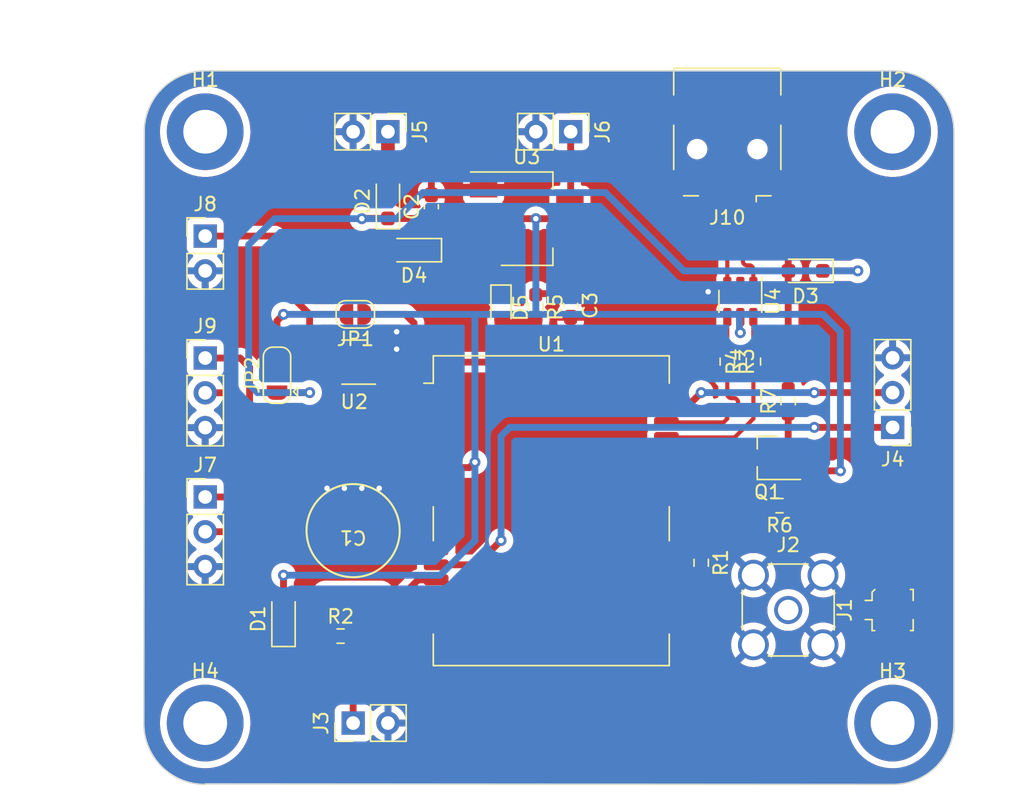
<source format=kicad_pcb>
(kicad_pcb (version 20221018) (generator pcbnew)

  (general
    (thickness 1.6)
  )

  (paper "A4")
  (layers
    (0 "F.Cu" signal)
    (31 "B.Cu" signal)
    (32 "B.Adhes" user "B.Adhesive")
    (33 "F.Adhes" user "F.Adhesive")
    (34 "B.Paste" user)
    (35 "F.Paste" user)
    (36 "B.SilkS" user "B.Silkscreen")
    (37 "F.SilkS" user "F.Silkscreen")
    (38 "B.Mask" user)
    (39 "F.Mask" user)
    (40 "Dwgs.User" user "User.Drawings")
    (41 "Cmts.User" user "User.Comments")
    (42 "Eco1.User" user "User.Eco1")
    (43 "Eco2.User" user "User.Eco2")
    (44 "Edge.Cuts" user)
    (45 "Margin" user)
    (46 "B.CrtYd" user "B.Courtyard")
    (47 "F.CrtYd" user "F.Courtyard")
    (48 "B.Fab" user)
    (49 "F.Fab" user)
    (50 "User.1" user)
    (51 "User.2" user)
    (52 "User.3" user)
    (53 "User.4" user)
    (54 "User.5" user)
    (55 "User.6" user)
    (56 "User.7" user)
    (57 "User.8" user)
    (58 "User.9" user)
  )

  (setup
    (stackup
      (layer "F.SilkS" (type "Top Silk Screen"))
      (layer "F.Paste" (type "Top Solder Paste"))
      (layer "F.Mask" (type "Top Solder Mask") (thickness 0.01))
      (layer "F.Cu" (type "copper") (thickness 0.035))
      (layer "dielectric 1" (type "core") (thickness 1.51) (material "FR4") (epsilon_r 4.5) (loss_tangent 0.02))
      (layer "B.Cu" (type "copper") (thickness 0.035))
      (layer "B.Mask" (type "Bottom Solder Mask") (thickness 0.01))
      (layer "B.Paste" (type "Bottom Solder Paste"))
      (layer "B.SilkS" (type "Bottom Silk Screen"))
      (copper_finish "None")
      (dielectric_constraints no)
    )
    (pad_to_mask_clearance 0)
    (pcbplotparams
      (layerselection 0x00010fc_ffffffff)
      (plot_on_all_layers_selection 0x0000000_00000000)
      (disableapertmacros false)
      (usegerberextensions false)
      (usegerberattributes true)
      (usegerberadvancedattributes true)
      (creategerberjobfile true)
      (dashed_line_dash_ratio 12.000000)
      (dashed_line_gap_ratio 3.000000)
      (svgprecision 4)
      (plotframeref false)
      (viasonmask false)
      (mode 1)
      (useauxorigin false)
      (hpglpennumber 1)
      (hpglpenspeed 20)
      (hpglpendiameter 15.000000)
      (dxfpolygonmode true)
      (dxfimperialunits true)
      (dxfusepcbnewfont true)
      (psnegative false)
      (psa4output false)
      (plotreference true)
      (plotvalue true)
      (plotinvisibletext false)
      (sketchpadsonfab false)
      (subtractmaskfromsilk false)
      (outputformat 1)
      (mirror false)
      (drillshape 0)
      (scaleselection 1)
      (outputdirectory "gerbers/")
    )
  )

  (net 0 "")
  (net 1 "GND")
  (net 2 "+3.3V")
  (net 3 "+5V")
  (net 4 "Net-(D5-A)")
  (net 5 "Net-(J8-Pin_1)")
  (net 6 "Net-(J3-Pin_1)")
  (net 7 "Net-(D1-K)")
  (net 8 "Net-(J9-Pin_1)")
  (net 9 "Net-(J4-Pin_1)")
  (net 10 "Net-(J4-Pin_2)")
  (net 11 "Net-(J9-Pin_2)")
  (net 12 "Net-(J10-D-)")
  (net 13 "Net-(J10-D+)")
  (net 14 "Net-(J7-Pin_1)")
  (net 15 "Net-(J7-Pin_2)")
  (net 16 "VBUS")
  (net 17 "unconnected-(J10-ID-Pad4)")
  (net 18 "Net-(JP1-A)")
  (net 19 "Net-(JP2-C)")
  (net 20 "Net-(Q1-B)")
  (net 21 "VDDUSB")
  (net 22 "Net-(U1-V_ANT)")
  (net 23 "Net-(U1-VCC_RF)")
  (net 24 "USB_DP")
  (net 25 "USB_DM")
  (net 26 "Net-(R3-Pad1)")
  (net 27 "unconnected-(U1-NC-Pad5)")
  (net 28 "unconnected-(U1-VCC_OUT-Pad8)")
  (net 29 "unconnected-(U1-NC-Pad9)")
  (net 30 "unconnected-(U1-Reserved-Pad12)")
  (net 31 "Net-(J1-In)")
  (net 32 "unconnected-(U1-AADET_N-Pad20)")
  (net 33 "unconnected-(U1-Reserved-Pad21)")
  (net 34 "unconnected-(U1-Reserved-Pad22)")
  (net 35 "unconnected-(U1-Reserved-Pad23)")
  (net 36 "unconnected-(U2-NC-Pad1)")
  (net 37 "5V_IN")
  (net 38 "Net-(R4-Pad2)")
  (net 39 "unconnected-(H1-Pad1)")
  (net 40 "unconnected-(H2-Pad1)")
  (net 41 "unconnected-(H3-Pad1)")
  (net 42 "unconnected-(H4-Pad1)")

  (footprint "Connector_PinHeader_2.54mm:PinHeader_1x03_P2.54mm_Vertical" (layer "F.Cu") (at 86.995 115.57))

  (footprint "Connector_PinHeader_2.54mm:PinHeader_1x03_P2.54mm_Vertical" (layer "F.Cu") (at 86.995 105.425))

  (footprint "Package_TO_SOT_SMD:SOT-23_Handsoldering" (layer "F.Cu") (at 128.04 112.715 180))

  (footprint "Jumper:SolderJumper-2_P1.3mm_Open_RoundedPad1.0x1.5mm" (layer "F.Cu") (at 97.95 102.235 180))

  (footprint "Package_TO_SOT_SMD:SOT-23-5_HandSoldering" (layer "F.Cu") (at 97.87 105.725 180))

  (footprint "RF_GPS:ublox_LEA" (layer "F.Cu") (at 112.25 116.425))

  (footprint "Connector_PinHeader_2.54mm:PinHeader_1x03_P2.54mm_Vertical" (layer "F.Cu") (at 137.16 110.49 180))

  (footprint "Resistor_SMD:R_0603_1608Metric_Pad0.98x0.95mm_HandSolder" (layer "F.Cu") (at 128.905 116.205 180))

  (footprint "Resistor_SMD:R_0603_1608Metric_Pad0.98x0.95mm_HandSolder" (layer "F.Cu") (at 127 105.6875 90))

  (footprint "Connector_PinHeader_2.54mm:PinHeader_1x02_P2.54mm_Vertical" (layer "F.Cu") (at 113.665 88.9 -90))

  (footprint "Diode_SMD:D_SOD-323_HandSoldering" (layer "F.Cu") (at 92.71 124.48 90))

  (footprint "Resistor_SMD:R_0603_1608Metric_Pad0.98x0.95mm_HandSolder" (layer "F.Cu") (at 123.19 120.3725 -90))

  (footprint "Diode_SMD:D_SOD-323_HandSoldering" (layer "F.Cu") (at 130.81 99.06 180))

  (footprint "Connector_PinHeader_2.54mm:PinHeader_1x02_P2.54mm_Vertical" (layer "F.Cu") (at 86.995 96.52))

  (footprint "MountingHole:MountingHole_3.2mm_M3_DIN965_Pad_TopBottom" (layer "F.Cu") (at 137.16 88.9))

  (footprint "DMS3R3224RF:DMS3R3224RF" (layer "F.Cu") (at 97.79 118.03 180))

  (footprint "Resistor_SMD:R_0603_1608Metric_Pad0.98x0.95mm_HandSolder" (layer "F.Cu") (at 129.54 108.585 90))

  (footprint "Connector_Coaxial:U.FL_Molex_MCRF_73412-0110_Vertical" (layer "F.Cu") (at 137.16 123.825 -90))

  (footprint "MountingHole:MountingHole_3.2mm_M3_DIN965_Pad_TopBottom" (layer "F.Cu") (at 86.995 132.08))

  (footprint "Connector_PinHeader_2.54mm:PinHeader_1x02_P2.54mm_Vertical" (layer "F.Cu") (at 97.79 132.08 90))

  (footprint "Connector_Coaxial:SMA_Amphenol_901-144_Vertical" (layer "F.Cu") (at 129.54 123.825))

  (footprint "MountingHole:MountingHole_3.2mm_M3_DIN965_Pad_TopBottom" (layer "F.Cu") (at 86.995 88.9))

  (footprint "Package_TO_SOT_SMD:SOT-23-6" (layer "F.Cu") (at 126.045 101.29 -90))

  (footprint "Resistor_SMD:R_0603_1608Metric_Pad0.98x0.95mm_HandSolder" (layer "F.Cu") (at 111.12 101.7175 -90))

  (footprint "Package_TO_SOT_SMD:SOT-223-3_TabPin2" (layer "F.Cu") (at 110.46 95.25))

  (footprint "Connector_USB:USB_Mini-B_Lumberg_2486_01_Horizontal" (layer "F.Cu") (at 125.095 90.17 180))

  (footprint "MountingHole:MountingHole_3.2mm_M3_DIN965_Pad_TopBottom" (layer "F.Cu") (at 137.16 132.08))

  (footprint "Capacitor_SMD:C_0603_1608Metric_Pad1.08x0.95mm_HandSolder" (layer "F.Cu") (at 113.66 101.5875 -90))

  (footprint "Diode_SMD:D_SOD-323_HandSoldering" (layer "F.Cu") (at 100.33 93.98 90))

  (footprint "LED_SMD:LED_0603_1608Metric_Pad1.05x0.95mm_HandSolder" (layer "F.Cu") (at 108.58 101.755 -90))

  (footprint "Jumper:SolderJumper-3_P1.3mm_Open_RoundedPad1.0x1.5mm" (layer "F.Cu") (at 92.235 106.68 90))

  (footprint "Diode_SMD:D_SOD-323_HandSoldering" (layer "F.Cu") (at 102.23 97.55 180))

  (footprint "Resistor_SMD:R_0603_1608Metric_Pad0.98x0.95mm_HandSolder" (layer "F.Cu") (at 96.8775 125.73))

  (footprint "Resistor_SMD:R_0603_1608Metric_Pad0.98x0.95mm_HandSolder" (layer "F.Cu") (at 125.095 105.6875 -90))

  (footprint "Connector_PinHeader_2.54mm:PinHeader_1x02_P2.54mm_Vertical" (layer "F.Cu") (at 100.33 88.9 -90))

  (footprint "Capacitor_SMD:C_0603_1608Metric_Pad1.08x0.95mm_HandSolder" (layer "F.Cu") (at 103.5 94.375 90))

  (gr_line (start 142.875 128.27) (end 142.875 119.38)
    (stroke (width 0.15) (type default)) (layer "Cmts.User") (tstamp 1ac68613-07a5-4d1d-b9b9-e025b9d28bd4))
  (gr_line (start 125.095 128.27) (end 142.875 128.27)
    (stroke (width 0.15) (type default)) (layer "Cmts.User") (tstamp 7e77e0b4-9186-47c4-af0a-18fef02dcdd3))
  (gr_line (start 125.095 119.38) (end 125.095 128.27)
    (stroke (width 0.15) (type default)) (layer "Cmts.User") (tstamp dac8c98a-b2e3-4718-b4db-2cabbc61bb3c))
  (gr_line (start 142.875 119.38) (end 125.095 119.38)
    (stroke (width 0.15) (type default)) (layer "Cmts.User") (tstamp f44a1ae2-1dcc-4f3e-818b-d03e1af18127))
  (gr_line (start 86.995 84.455) (end 137.19191 84.455)
    (stroke (width 0.1) (type default)) (layer "Edge.Cuts") (tstamp 12da7b27-07db-4d21-b89a-41d2938e9d3d))
  (gr_line (start 137.19191 136.55691) (end 86.995 136.525)
    (stroke (width 0.1) (type default)) (layer "Edge.Cuts") (tstamp 1f22f0e2-6f17-4c2c-ac3c-75175e0b42dc))
  (gr_line (start 141.63691 88.9) (end 141.63691 132.715)
    (stroke (width 0.1) (type default)) (layer "Edge.Cuts") (tstamp 3b5c4ef0-5c92-4645-a538-f7e90e847c6e))
  (gr_line (start 82.51809 132.11191) (end 82.55 88.9)
    (stroke (width 0.1) (type default)) (layer "Edge.Cuts") (tstamp 4507df6a-eda1-4dc6-9f54-6b36d4864bf8))
  (gr_arc (start 86.96309 136.55691) (mid 83.82 135.255) (end 82.51809 132.11191)
    (stroke (width 0.1) (type default)) (layer "Edge.Cuts") (tstamp 7758c704-17a2-442f-9ced-c699e6523099))
  (gr_arc (start 141.63691 132.11191) (mid 140.335 135.255) (end 137.19191 136.55691)
    (stroke (width 0.1) (type default)) (layer "Edge.Cuts") (tstamp 876abbc6-0eb9-4f03-b296-b8545ec081be))
  (gr_arc (start 137.19191 84.455) (mid 140.335 85.75691) (end 141.63691 88.9)
    (stroke (width 0.1) (type default)) (layer "Edge.Cuts") (tstamp 92f928c8-0e37-4a44-9d6b-54d98b376198))
  (gr_arc (start 82.55 88.9) (mid 83.85191 85.75691) (end 86.995 84.455)
    (stroke (width 0.1) (type default)) (layer "Edge.Cuts") (tstamp 94e03d55-6637-4ca4-a817-a5e8d593a681))
  (dimension (type aligned) (layer "Cmts.User") (tstamp 53bc0151-e620-4eb4-a40e-dc18a0018535)
    (pts (xy 81.915 88.9) (xy 81.915 138.43))
    (height 3.81)
    (gr_text "49.5300 mm" (at 76.955 113.665 90) (layer "Cmts.User") (tstamp 53bc0151-e620-4eb4-a40e-dc18a0018535)
      (effects (font (size 1 1) (thickness 0.15)))
    )
    (format (prefix "") (suffix "") (units 3) (units_format 1) (precision 4))
    (style (thickness 0.15) (arrow_length 1.27) (text_position_mode 0) (extension_height 0.58642) (extension_offset 0.5) keep_text_aligned)
  )
  (dimension (type aligned) (layer "Cmts.User") (tstamp ee7fd227-644e-4ce0-a77f-bf5f902d6535)
    (pts (xy 86.995 82.55) (xy 146.685 82.55))
    (height -1.27)
    (gr_text "59.6900 mm" (at 116.84 80.13) (layer "Cmts.User") (tstamp ee7fd227-644e-4ce0-a77f-bf5f902d6535)
      (effects (font (size 1 1) (thickness 0.15)))
    )
    (format (prefix "") (suffix "") (units 3) (units_format 1) (precision 4))
    (style (thickness 0.15) (arrow_length 1.27) (text_position_mode 0) (extension_height 0.58642) (extension_offset 0.5) keep_text_aligned)
  )

  (segment (start 126.045 100.1525) (end 126.045 100.645) (width 0.3) (layer "F.Cu") (net 1) (tstamp 161896a2-6e50-4b43-ad2d-718b6b11f0ee))
  (segment (start 124.279 101.165) (end 125.911 101.165) (width 0.3) (layer "F.Cu") (net 1) (tstamp 6af72b07-929c-4df9-98dc-ba9c10f17cbe))
  (segment (start 126.045 101.031) (end 126.045 100.1525) (width 0.3) (layer "F.Cu") (net 1) (tstamp c29d973f-6f29-4c4e-b548-a4fc4dc21194))
  (segment (start 125.911 101.165) (end 126.045 101.031) (width 0.3) (layer "F.Cu") (net 1) (tstamp e588a162-bfb8-417a-882d-2ece7773e8e9))
  (segment (start 123.698 100.584) (end 124.279 101.165) (width 0.3) (layer "F.Cu") (net 1) (tstamp f516209b-775e-4cb9-9213-8be4f62c37af))
  (via (at 95.885 114.935) (size 0.8) (drill 0.4) (layers "F.Cu" "B.Cu") (free) (net 1) (tstamp 19047233-c40a-49ea-8a9a-0860c3501688))
  (via (at 97.155 114.935) (size 0.8) (drill 0.4) (layers "F.Cu" "B.Cu") (free) (net 1) (tstamp 3dd7d7fb-ad33-4d79-9526-4bbb523c3a13))
  (via (at 123.698 100.584) (size 0.8) (drill 0.4) (layers "F.Cu" "B.Cu") (net 1) (tstamp 594ebb2d-0ac5-4b36-9fd2-e565fb94b0da))
  (via (at 98.425 114.935) (size 0.8) (drill 0.4) (layers "F.Cu" "B.Cu") (free) (net 1) (tstamp 725406c9-64a1-4dae-bd4c-f9e3ce5a7702))
  (via (at 100.965 103.505) (size 0.8) (drill 0.4) (layers "F.Cu" "B.Cu") (free) (net 1) (tstamp 7ade98eb-7516-4f25-ba5c-f3e6cbcbc667))
  (via (at 99.695 114.935) (size 0.8) (drill 0.4) (layers "F.Cu" "B.Cu") (free) (net 1) (tstamp c3544166-8992-476c-8936-fa44c061f462))
  (via (at 100.965 104.775) (size 0.8) (drill 0.4) (layers "F.Cu" "B.Cu") (free) (net 1) (tstamp ef641729-38ce-447f-9e87-0489c74056bf))
  (segment (start 113.61 95.25) (end 111.125 95.25) (width 0.5) (layer "F.Cu") (net 2) (tstamp 18557c45-dbdd-49aa-ae7d-aeb61b9e1d52))
  (segment (start 113.665 88.9) (end 113.665 95.195) (width 0.5) (layer "F.Cu") (net 2) (tstamp 260d9081-7b56-4fce-a844-1ca7e01edbbf))
  (segment (start 113.665 95.195) (end 113.61 95.25) (width 0.5) (layer "F.Cu") (net 2) (tstamp 292469a9-4cee-41ff-87c3-48375cc2525e))
  (segment (start 113.66 100.725) (end 111.2 100.725) (width 0.5) (layer "F.Cu") (net 2) (tstamp 298a869a-1a65-47ee-862b-f573579ff007))
  (segment (start 126.045 102.4275) (end 126.045 103.571) (width 0.3) (layer "F.Cu") (net 2) (tstamp 2d13c989-33c1-423c-9a37-c69756b6b563))
  (segment (start 111.2 100.725) (end 111.12 100.805) (width 0.5) (layer "F.Cu") (net 2) (tstamp 73e7af4f-d27a-4687-a58f-63dc23d32bb0))
  (segment (start 129.54 113.665) (end 133.35 113.665) (width 0.5) (layer "F.Cu") (net 2) (tstamp 7daa7137-1958-449d-8803-86729efd4352))
  (segment (start 106.285 113.425) (end 103.85 113.425) (width 0.5) (layer "F.Cu") (net 2) (tstamp 8aa4c486-ae1f-4a94-977e-aecf25353577))
  (segment (start 92.235 105.38) (end 92.235 102.71) (width 0.5) (layer "F.Cu") (net 2) (tstamp a618c9aa-970b-4105-9450-a82b9aafaf9e))
  (segment (start 92.71 121.285) (end 92.71 123.23) (width 0.5) (layer "F.Cu") (net 2) (tstamp a979040e-7fbd-4af4-ad1c-2aed87f9f36d))
  (segment (start 106.68 113.03) (end 106.285 113.425) (width 0.5) (layer "F.Cu") (net 2) (tstamp acc32295-136e-4f8a-8eb6-6193fcb2832b))
  (segment (start 113.61 95.25) (end 113.61 100.675) (width 0.5) (layer "F.Cu") (net 2) (tstamp bc23a80c-432a-4323-9e1c-6034e56d7cd4))
  (segment (start 126.045 102.4275) (end 126.045 101.915) (width 0.3) (layer "F.Cu") (net 2) (tstamp c4cbb541-41b3-4f94-b79b-2182d3658e53))
  (segment (start 113.61 100.675) (end 113.66 100.725) (width 0.5) (layer "F.Cu") (net 2) (tstamp ce9f2da6-fe65-4ee3-9514-105a093ba1ef))
  (segment (start 111.125 95.25) (end 107.31 95.25) (width 0.5) (layer "F.Cu") (net 2) (tstamp d28bc430-6b3e-4b5f-824b-1d4606458ebd))
  (segment (start 92.235 102.71) (end 92.71 102.235) (width 0.5) (layer "F.Cu") (net 2) (tstamp ee8e165c-a8d0-4b3b-8951-b57c3547a40c))
  (via (at 126.045 103.571) (size 0.8) (drill 0.4) (layers "F.Cu" "B.Cu") (net 2) (tstamp 120a1732-c907-4378-8a00-84c28ef723a3))
  (via (at 92.71 121.285) (size 0.8) (drill 0.4) (layers "F.Cu" "B.Cu") (net 2) (tstamp 50ca8962-fe8b-4f21-b206-0f77d934e0a6))
  (via (at 92.71 102.235) (size 0.8) (drill 0.4) (layers "F.Cu" "B.Cu") (net 2) (tstamp 60752398-d45a-4e9c-b1d8-bb6cfe0cc863))
  (via (at 106.68 113.03) (size 0.8) (drill 0.4) (layers "F.Cu" "B.Cu") (net 2) (tstamp 9617b494-0e13-40cd-854e-fdf3e7697f34))
  (via (at 111.125 95.25) (size 0.8) (drill 0.4) (layers "F.Cu" "B.Cu") (net 2) (tstamp e42d2be4-76fe-4e1d-93c3-d4f1e20c756a))
  (via (at 133.35 113.665) (size 0.8) (drill 0.4) (layers "F.Cu" "B.Cu") (net 2) (tstamp e8a67772-0d6b-43f3-a7d6-721102f7701b))
  (segment (start 126.045 103.571) (end 125.984 103.51) (width 0.3) (layer "B.Cu") (net 2) (tstamp 105725fb-1100-47f8-9df4-5422c91940df))
  (segment (start 111.125 95.25) (end 111.125 102.235) (width 0.5) (layer "B.Cu") (net 2) (tstamp 15825bed-17b6-4ca2-8547-71d0b97c2ad7))
  (segment (start 106.68 118.745) (end 104.14 121.285) (width 0.5) (layer "B.Cu") (net 2) (tstamp 3c218e1f-fdd8-4368-93ef-ccee680acd0e))
  (segment (start 133.35 103.505) (end 133.35 113.665) (width 0.5) (layer "B.Cu") (net 2) (tstamp 4fd63076-e5c8-4ed0-8815-8b7457fbdaef))
  (segment (start 111.125 102.235) (end 125.984 102.235) (width 0.5) (layer "B.Cu") (net 2) (tstamp 87614453-2673-4d38-9038-a646bf35b045))
  (segment (start 132.08 102.235) (end 133.35 103.505) (width 0.5) (layer "B.Cu") (net 2) (tstamp 8e407e50-5525-4fb1-b888-50b989cc03cf))
  (segment (start 111.125 102.235) (end 106.68 102.235) (width 0.5) (layer "B.Cu") (net 2) (tstamp 9f83128c-d33e-4e02-b3e4-90ef1c159356))
  (segment (start 106.68 102.235) (end 92.71 102.235) (width 0.5) (layer "B.Cu") (net 2) (tstamp c1ca911a-0310-4d78-8ee1-6e932f05f5d9))
  (segment (start 125.984 103.51) (end 125.984 102.235) (width 0.5) (layer "B.Cu") (net 2) (tstamp c5ae01f2-15f7-4323-87b2-8bce5bd6b7ff))
  (segment (start 106.68 113.03) (end 106.68 118.745) (width 0.5) (layer "B.Cu") (net 2) (tstamp c9df42d0-436b-41a8-a95e-170441f21ee4))
  (segment (start 125.984 102.235) (end 132.08 102.235) (width 0.5) (layer "B.Cu") (net 2) (tstamp cbeea38f-bcc2-4155-b169-ff0df34ffcc2))
  (segment (start 106.68 102.235) (end 106.68 113.03) (width 0.5) (layer "B.Cu") (net 2) (tstamp d4b29da9-4379-4ca9-a0eb-7568455b3c91))
  (segment (start 104.14 121.285) (end 92.71 121.285) (width 0.5) (layer "B.Cu") (net 2) (tstamp d843c19c-e8e2-48b4-8b23-010b080549ff))
  (segment (start 103.505 97.575) (end 103.48 97.55) (width 0.5) (layer "F.Cu") (net 3) (tstamp 21bc1a0d-c81f-4291-ad65-61b6dc32319d))
  (segment (start 100.335 95.23) (end 100.33 95.23) (width 0.5) (layer "F.Cu") (net 3) (tstamp 3aba693d-8e59-48e8-84e3-bde865297734))
  (segment (start 92.265 107.95) (end 92.235 107.98) (width 0.5) (layer "F.Cu") (net 3) (tstamp 592104ef-70e8-4802-a24b-bb5fe4fa2ae0))
  (segment (start 100.33 95.23) (end 98.445 95.23) (width 0.5) (layer "F.Cu") (net 3) (tstamp 5c85bfbd-7555-4fa9-b93c-d5a9fffb09be))
  (segment (start 103.5 95.2375) (end 103.5 97.53) (width 0.5) (layer "F.Cu") (net 3) (tstamp 629b7d38-9101-4424-a175-56c7346456e1))
  (segment (start 103.48 97.55) (end 107.31 97.55) (width 0.5) (layer "F.Cu") (net 3) (tstamp 7fc42b52-6be5-4c70-9efa-038762793020))
  (segment (start 94.615 107.95) (end 92.265 107.95) (width 0.5) (layer "F.Cu") (net 3) (tstamp 9a73ae8d-f5fe-47ed-ba9f-efa40557ae78))
  (segment (start 98.445 95.23) (end 98.425 95.25) (width 0.5) (layer "F.Cu") (net 3) (tstamp bcc0a07d-ce3a-4238-b008-03950fb8e9b8))
  (segment (start 103.5 95.2375) (end 100.3425 95.2375) (width 0.5) (layer "F.Cu") (net 3) (tstamp c1ab6754-54ca-44ec-9acf-eee47494c351))
  (segment (start 134.62 99.06) (end 132.06 99.06) (width 0.5) (layer "F.Cu") (net 3) (tstamp c6477ade-5091-4644-82dc-77bf0b1d7829))
  (segment (start 100.3425 95.2375) (end 100.335 95.23) (width 0.5) (layer "F.Cu") (net 3) (tstamp cbd58ebe-ce79-4e7d-b602-0287b2aaf0de))
  (segment (start 103.5 97.53) (end 103.48 97.55) (width 0.5) (layer "F.Cu") (net 3) (tstamp e8a5aa96-f3a9-4773-9569-578f187a8fcf))
  (via (at 94.615 107.95) (size 0.8) (drill 0.4) (layers "F.Cu" "B.Cu") (net 3) (tstamp 0f3958ff-afa9-45a0-8585-a0d7b6ae2a78))
  (via (at 134.62 99.06) (size 0.8) (drill 0.4) (layers "F.Cu" "B.Cu") (net 3) (tstamp 9f6cf2dd-599c-4fd5-b878-522855672b6c))
  (via (at 98.425 95.25) (size 0.8) (drill 0.4) (layers "F.Cu" "B.Cu") (net 3) (tstamp a80736f9-5439-46b3-8ccb-d390fbbb189d))
  (segment (start 92.075 95.25) (end 90.17 97.155) (width 0.5) (layer "B.Cu") (net 3) (tstamp 1d324180-1608-49b5-9219-278ac6e9852c))
  (segment (start 90.17 97.155) (end 90.17 107.315) (width 0.5) (layer "B.Cu") (net 3) (tstamp 58111014-a63b-401b-8793-851a8e48aa3a))
  (segment (start 100.965 95.25) (end 102.87 93.345) (width 0.5) (layer "B.Cu") (net 3) (tstamp 68d33420-ff29-4444-b66c-9a1c5757f575))
  (segment (start 90.17 107.315) (end 90.805 107.95) (width 0.5) (layer "B.Cu") (net 3) (tstamp 725a5bd4-0578-49eb-977f-b6bfcec1613e))
  (segment (start 102.87 93.345) (end 116.205 93.345) (width 0.5) (layer "B.Cu") (net 3) (tstamp a74a8619-a008-4fe1-a673-af0540512c00))
  (segment (start 121.92 99.06) (end 134.62 99.06) (width 0.5) (layer "B.Cu") (net 3) (tstamp b7bdbfcd-90cf-4346-8577-ce5c7e6ef544))
  (segment (start 98.425 95.25) (end 92.075 95.25) (width 0.5) (layer "B.Cu") (net 3) (tstamp c3062223-d87c-4086-a6f4-820bb63c23b3))
  (segment (start 90.805 107.95) (end 94.615 107.95) (width 0.5) (layer "B.Cu") (net 3) (tstamp c4465643-db45-4a9e-b260-4437e1940c69))
  (segment (start 98.425 95.25) (end 100.965 95.25) (width 0.5) (layer "B.Cu") (net 3) (tstamp e7d568dc-7348-4090-9729-a4f66a15e2fd))
  (segment (start 116.205 93.345) (end 121.92 99.06) (width 0.5) (layer "B.Cu") (net 3) (tstamp eb42dc4f-6411-4798-9123-c584cdca5af6))
  (segment (start 111.12 102.63) (end 108.58 102.63) (width 1) (layer "F.Cu") (net 4) (tstamp 34bd2c93-7b16-4b18-88cc-a0fc51ddb023))
  (segment (start 92.075 96.52) (end 86.995 96.52) (width 0.5) (layer "F.Cu") (net 5) (tstamp 398e7e40-c802-4df8-a8df-b813ed072455))
  (segment (start 95.25 104.775) (end 96.52 104.775) (width 0.5) (layer "F.Cu") (net 5) (tstamp 41e64231-bbf8-4425-9b69-2fbde48f75c6))
  (segment (start 92.71 100.33) (end 92.71 97.155) (width 0.5) (layer "F.Cu") (net 5) (tstamp 4902894f-f3c4-4095-9288-735075e2b89f))
  (segment (start 94.615 104.14) (end 95.25 104.775) (width 0.5) (layer "F.Cu") (net 5) (tstamp 6f04f69b-614c-4608-a11f-f1db2a45ee58))
  (segment (start 94.615 102.235) (end 94.615 104.14) (width 0.5) (layer "F.Cu") (net 5) (tstamp 7987b7d4-dc8c-455e-a72b-42323e07390f))
  (segment (start 97.3 102.235) (end 94.615 102.235) (width 0.5) (layer "F.Cu") (net 5) (tstamp de0b8835-d9ae-4e29-ba42-111a110c602c))
  (segment (start 94.615 102.235) (end 92.71 100.33) (width 0.5) (layer "F.Cu") (net 5) (tstamp f40a48e3-f3ec-4583-afb5-52c20d1fabad))
  (segment (start 92.71 97.155) (end 92.075 96.52) (width 0.5) (layer "F.Cu") (net 5) (tstamp ff95a705-2eba-474a-96d8-1aad3787186f))
  (segment (start 102.53 121.625) (end 100.975 123.18) (width 0.5) (layer "F.Cu") (net 6) (tstamp 25cd482c-ffce-45a7-a219-c81a1680ed74))
  (segment (start 103.85 121.625) (end 102.53 121.625) (width 0.5) (layer "F.Cu") (net 6) (tstamp 902d5ab7-2ed4-45ba-ae91-2275e0d16695))
  (segment (start 97.79 125.73) (end 97.79 123.18) (width 0.5) (layer "F.Cu") (net 6) (tstamp a34aed55-568c-4394-b801-dfb64a22d410))
  (segment (start 97.79 132.08) (end 97.79 125.73) (width 0.5) (layer "F.Cu") (net 6) (tstamp aaa8eaa1-53ac-44ef-bcb1-040705cfa796))
  (segment (start 100.975 123.18) (end 97.79 123.18) (width 0.5) (layer "F.Cu") (net 6) (tstamp cab28273-c4a5-4bf7-82c1-1b2fdd8a94ea))
  (segment (start 95.965 125.73) (end 92.71 125.73) (width 0.5) (layer "F.Cu") (net 7) (tstamp 9b9312d2-a7ee-4c10-844e-1c0a78ebfd30))
  (segment (start 90.805 109.79) (end 90.235 109.22) (width 0.5) (layer "F.Cu") (net 8) (tstamp 08d383d9-beb5-4c17-a83e-36799097c14c))
  (segment (start 103.85 107.925) (end 101.27005 107.925) (width 0.5) (layer "F.Cu") (net 8) (tstamp 2fba59eb-1723-487b-a852-5480079935a8))
  (segment (start 101.27005 107.925) (end 99.40505 109.79) (width 0.5) (layer "F.Cu") (net 8) (tstamp 4d2c24b4-092b-4d17-bfaa-ceb836506a4a))
  (segment (start 90.235 109.22) (end 90.235 106.11) (width 0.5) (layer "F.Cu") (net 8) (tstamp 4e0da2cc-6f9c-4fba-835e-14db0acf9be7))
  (segment (start 89.55 105.425) (end 86.995 105.425) (width 0.5) (layer "F.Cu") (net 8) (tstamp 6fcee061-48f3-4da9-8167-d0a5d0cc4c48))
  (segment (start 90.235 106.11) (end 89.55 105.425) (width 0.5) (layer "F.Cu") (net 8) (tstamp 9d44be3c-5ea7-4880-9794-970f7b875975))
  (segment (start 99.40505 109.79) (end 90.805 109.79) (width 0.5) (layer "F.Cu") (net 8) (tstamp a6b5a9a0-310f-4acd-b7b2-68bceaa6f303))
  (segment (start 131.445 110.49) (end 137.16 110.49) (width 0.5) (layer "F.Cu") (net 9) (tstamp 23f84968-f9e3-4267-a152-f6023fef1237))
  (segment (start 106.805 120.525) (end 103.85 120.525) (width 0.5) (layer "F.Cu") (net 9) (tstamp 8ce5deee-6840-4188-b521-bb72c7930b50))
  (segment (start 108.585 118.745) (end 106.805 120.525) (width 0.5) (layer "F.Cu") (net 9) (tstamp f88a533b-81e2-4d06-9e4f-00362b2256db))
  (via (at 108.585 118.745) (size 0.8) (drill 0.4) (layers "F.Cu" "B.Cu") (net 9) (tstamp 38b1a2fd-8ead-4683-80e4-fd12fd296a4f))
  (via (at 131.445 110.49) (size 0.8) (drill 0.4) (layers "F.Cu" "B.Cu") (net 9) (tstamp e30cd24b-9ad9-495f-be50-8fd5dc7fc9b0))
  (segment (start 108.585 118.745) (end 108.585 111.125) (width 0.5) (layer "B.Cu") (net 9) (tstamp 1552f60c-6051-49c6-921d-09918d887825))
  (segment (start 108.585 111.125) (end 109.22 110.49) (width 0.5) (layer "B.Cu") (net 9) (tstamp 509f61af-4d95-4ce4-aae5-94d49e07dd3a))
  (segment (start 109.22 110.49) (end 131.445 110.49) (width 0.5) (layer "B.Cu") (net 9) (tstamp ae1ff54a-bbfb-45fc-bb06-7e755a976b95))
  (segment (start 131.445 107.95) (end 137.16 107.95) (width 0.5) (layer "F.Cu") (net 10) (tstamp 7c1df4c2-7953-49e3-8414-bb9cd6091c80))
  (segment (start 120.65 109.025) (end 122.115 109.025) (width 0.5) (layer "F.Cu") (net 10) (tstamp 8a56e043-53fc-4e11-a701-3265f5002c5d))
  (segment (start 122.115 109.025) (end 123.19 107.95) (width 0.5) (layer "F.Cu") (net 10) (tstamp e8954147-4806-4ccd-915f-bafe09e07a5b))
  (via (at 131.445 107.95) (size 0.8) (drill 0.4) (layers "F.Cu" "B.Cu") (net 10) (tstamp bae91286-ce7f-4ee7-98af-a0c510651e04))
  (via (at 123.19 107.95) (size 0.8) (drill 0.4) (layers "F.Cu" "B.Cu") (net 10) (tstamp eda8591f-4b76-48ce-ab09-fa5bb934a8d9))
  (segment (start 123.19 107.95) (end 131.445 107.95) (width 0.5) (layer "B.Cu") (net 10) (tstamp bdd8a0c6-828f-4caa-886b-5329cf26aa91))
  (segment (start 88.915 107.965) (end 89.535 108.585) (width 0.5) (layer "F.Cu") (net 11) (tstamp 700af05f-1ac2-4423-803a-4d152ea0c0e9))
  (segment (start 99.695 110.49) (end 101.16 109.025) (width 0.5) (layer "F.Cu") (net 11) (tstamp 92106e4f-55ba-4bde-abba-11a4bb561d14))
  (segment (start 101.16 109.025) (end 103.85 109.025) (width 0.5) (layer "F.Cu") (net 11) (tstamp a09da8d5-81fb-4906-8f55-b4a621d5b1d4))
  (segment (start 89.535 109.855) (end 90.17 110.49) (width 0.5) (layer "F.Cu") (net 11) (tstamp a68b34f3-b752-4d39-9ff1-fe335076c3cc))
  (segment (start 89.535 108.585) (end 89.535 109.855) (width 0.5) (layer "F.Cu") (net 11) (tstamp bebb983e-cc1d-4565-b8ea-8ac95858d081))
  (segment (start 90.17 110.49) (end 99.695 110.49) (width 0.5) (layer "F.Cu") (net 11) (tstamp cd93ff0c-ef15-45d1-9154-f8d88da589f4))
  (segment (start 86.995 107.965) (end 88.915 107.965) (width 0.5) (layer "F.Cu") (net 11) (tstamp ee3a5e07-fdaa-4ab5-9554-7971c6a315e6))
  (segment (start 126.536374 98.655) (end 126.695 98.655) (width 0.3) (layer "F.Cu") (net 12) (tstamp 198c2f07-61be-4872-a5c8-59f547fe4644))
  (segment (start 126.995 98.955) (end 126.995 99.009129) (width 0.3) (layer "F.Cu") (net 12) (tstamp 3ce3d689-c4af-4cef-bdbf-b179dd7b7497))
  (segment (start 125.895 94.78) (end 126.995 95.88) (width 0.3) (layer "F.Cu") (net 12) (tstamp 50943475-1d0c-44fd-8787-f30d199686aa))
  (segment (start 125.895 92.87) (end 125.895 94.78) (width 0.3) (layer "F.Cu") (net 12) (tstamp 53a8743e-13ae-4617-98e1-5203fdf23a04))
  (segment (start 126.995 95.88) (end 126.995 97.155) (width 0.3) (layer "F.Cu") (net 12) (tstamp 7464daea-aaa0-4333-a91c-94d4fe646549))
  (segment (start 126.995 99.009129) (end 126.995 100.1525) (width 0.3) (layer "F.Cu") (net 12) (tstamp 9387c210-2875-4083-8208-301d96f52616))
  (segment (start 127.453605 98.055) (end 127.295 98.055) (width 0.3) (layer "F.Cu") (net 12) (tstamp c9b5bc7d-d80d-4be6-950c-13254829654f))
  (segment (start 127.295 98.055) (end 126.536374 98.055) (width 0.3) (layer "F.Cu") (net 12) (tstamp d14fabc2-8f92-4fa5-8d28-4a49581b551d))
  (segment (start 127.295 97.455) (end 127.453605 97.455) (width 0.3) (layer "F.Cu") (net 12) (tstamp e8408d50-0751-4de7-bf1b-d41a3ce5ee04))
  (arc (start 127.453605 97.455) (mid 127.665737 97.542868) (end 127.753605 97.755) (width 0.3) (layer "F.Cu") (net 12) (tstamp 34784758-a549-46ac-a063-d804a464fe2a))
  (arc (start 126.236374 98.355) (mid 126.324242 98.567132) (end 126.536374 98.655) (width 0.3) (layer "F.Cu") (net 12) (tstamp 43b48786-b23c-430b-a7b5-2e693a457e1a))
  (arc (start 126.995 97.155) (mid 127.082868 97.367132) (end 127.295 97.455) (width 0.3) (layer "F.Cu") (net 12) (tstamp 45e5595f-1cbe-4bb5-a7fd-a61747581499))
  (arc (start 126.536374 98.055) (mid 126.324242 98.142868) (end 126.236374 98.355) (width 0.3) (layer "F.Cu") (net 12) (tstamp 61f249d3-ec68-4d51-a19b-99e160bbb601))
  (arc (start 127.753605 97.755) (mid 127.665737 97.967132) (end 127.453605 98.055) (width 0.3) (layer "F.Cu") (net 12) (tstamp 7291ac04-1d50-443f-8119-53ce82b85993))
  (arc (start 126.695 98.655) (mid 126.907132 98.742868) (end 126.995 98.955) (width 0.3) (layer "F.Cu") (net 12) (tstamp a21411d4-1064-4fca-abfa-2168f25ff7a5))
  (segment (start 125.667509 96.29) (end 125.395 96.29) (width 0.3) (layer "F.Cu") (net 13) (tstamp 0b2484b4-4038-4244-809e-448a83c089de))
  (segment (start 124.795 96.89) (end 125.667509 96.89) (width 0.3) (layer "F.Cu") (net 13) (tstamp 0e33a48a-78f7-4e12-b917-ef96acb0fd8d))
  (segment (start 125.095 95.839392) (end 125.095 92.87) (width 0.3) (layer "F.Cu") (net 13) (tstamp 136ccf37-bf94-4370-b5ec-e611196fb0aa))
  (segment (start 125.095 95.99) (end 125.095 95.839392) (width 0.3) (layer "F.Cu") (net 13) (tstamp 1ab7704b-c27a-48fe-8573-60d0b4ce12ff))
  (segment (start 124.52247 96.89) (end 124.795 96.89) (width 0.3) (layer "F.Cu") (net 13) (tstamp 4d1ef812-e55b-4b64-b33b-9b2836eb3279))
  (segment (start 125.095 100.1525) (end 125.095 97.79) (width 0.3) (layer "F.Cu") (net 13) (tstamp 740d20ee-b8aa-40b2-8470-fac17e21d91d))
  (segment (start 124.795 97.49) (end 124.52247 97.49) (width 0.3) (layer "F.Cu") (net 13) (tstamp e12aa5b3-7946-4aeb-a49c-536e23e9aead))
  (arc (start 125.667509 96.89) (mid 125.879641 96.802132) (end 125.967509 96.59) (width 0.3) (layer "F.Cu") (net 13) (tstamp 44e848c5-8d06-429d-a78e-b806ffbe9c6a))
  (arc (start 125.395 96.29) (mid 125.182868 96.202132) (end 125.095 95.99) (width 0.3) (layer "F.Cu") (net 13) (tstamp 48ae17b7-a6b3-4d4f-b0b8-94d841f88d6b))
  (arc (start 125.095 97.79) (mid 125.007132 97.577868) (end 124.795 97.49) (width 0.3) (layer "F.Cu") (net 13) (tstamp be4d92b8-1fca-4d06-9413-d8e996107200))
  (arc (start 124.52247 97.49) (mid 124.310338 97.402132) (end 124.22247 97.19) (width 0.3) (layer "F.Cu") (net 13) (tstamp c3da25ad-d873-400e-b175-7fc90c2ce8a6))
  (arc (start 124.22247 97.19) (mid 124.310338 96.977868) (end 124.52247 96.89) (width 0.3) (layer "F.Cu") (net 13) (tstamp e206ba78-eac8-452b-9fcd-7313c07f9a99))
  (arc (start 125.967509 96.59) (mid 125.879641 96.377868) (end 125.667509 96.29) (width 0.3) (layer "F.Cu") (net 13) (tstamp ea2f0191-2e41-4fde-a57f-a7fd93c0a7f8))
  (segment (start 90.805 115.57) (end 86.995 115.57) (width 0.5) (layer "F.Cu") (net 14) (tstamp 159e7103-1bcb-4ef9-80e9-9002e52726d4))
  (segment (start 95.185 111.19) (end 90.805 115.57) (width 0.5) (layer "F.Cu") (net 14) (tstamp 3b6e1b29-7cd2-4819-8354-9a599960670d))
  (segment (start 101.04995 110.125) (end 99.984949 111.19) (width 0.5) (layer "F.Cu") (net 14) (tstamp 68023544-256e-4cfa-b3d3-bb39b6279066))
  (segment (start 99.984949 111.19) (end 95.185 111.19) (width 0.5) (layer "F.Cu") (net 14) (tstamp cbc944c7-3317-444a-adae-0131459bb92d))
  (segment (start 103.85 110.125) (end 101.04995 110.125) (width 0.5) (layer "F.Cu") (net 14) (tstamp e016a933-794a-4005-b48e-9865cba47cd1))
  (segment (start 101.6 111.76) (end 101.6 115.57) (width 0.5) (layer "F.Cu") (net 15) (tstamp 581b41e2-0b51-490b-b54d-de25180364c2))
  (segment (start 101.6 115.57) (end 99.06 118.11) (width 0.5) (layer "F.Cu") (net 15) (tstamp 654c0b55-fc22-41d4-9955-ed228331c696))
  (segment (start 102.135 111.225) (end 101.6 111.76) (width 0.5) (layer "F.Cu") (net 15) (tstamp c354771e-dc42-47f6-bd29-cd0d66ccebff))
  (segment (start 99.06 118.11) (end 86.995 118.11) (width 0.5) (layer "F.Cu") (net 15) (tstamp e0e0dbed-b9c6-4bee-aaa5-e942e40593d8))
  (segment (start 103.85 111.225) (end 102.135 111.225) (width 0.5) (layer "F.Cu") (net 15) (tstamp ee239e15-dd8e-4b90-bdc5-7418b9d6e650))
  (segment (start 126.695 92.87) (end 126.695 94.31) (width 0.5) (layer "F.Cu") (net 16) (tstamp 02144437-8719-40a7-9dae-85a73dd63b57))
  (segment (start 129.54 107.6725) (end 129.54 97.155) (width 0.5) (layer "F.Cu") (net 16) (tstamp 7c02c7c4-39f2-4ec6-b1fc-3a680d06aa63))
  (segment (start 126.695 94.31) (end 129.54 97.155) (width 0.5) (layer "F.Cu") (net 16) (tstamp fe01f8a9-8a4b-4004-bcb0-9273c4890d9b))
  (segment (start 101.6 105.725) (end 100.965 105.725) (width 0.5) (layer "F.Cu") (net 18) (tstamp 2019203d-1fb7-4921-854b-2e47d283545a))
  (segment (start 102.235 102.87) (end 102.235 105.725) (width 0.5) (layer "F.Cu") (net 18) (tstamp 2d3cd84f-830b-437c-bb44-bfe862674e85))
  (segment (start 112.37 107.925) (end 110.17 105.725) (width 0.5) (layer "F.Cu") (net 18) (tstamp 622b1490-7573-4314-bb2b-475534798ab3))
  (segment (start 98.6 102.235) (end 101.6 102.235) (width 0.5) (layer "F.Cu") (net 18) (tstamp 719d5c2e-f7e0-42b3-a180-c8eb5e7fff9e))
  (segment (start 99.22 105.725) (end 100.965 105.725) (width 0.5) (layer "F.Cu") (net 18) (tstamp 7a598211-d316-4f79-9a6f-dbb20aa98f68))
  (segment (start 120.65 107.925) (end 112.37 107.925) (width 0.5) (layer "F.Cu") (net 18) (tstamp 9f9cdc9f-ccb6-4d18-ae13-33048352e091))
  (segment (start 110.17 105.725) (end 101.6 105.725) (width 0.5) (layer "F.Cu") (net 18) (tstamp a7edfd8f-60e9-46e0-a57b-71816173ba47))
  (segment (start 101.6 102.235) (end 102.235 102.87) (width 0.5) (layer "F.Cu") (net 18) (tstamp c10ddc52-0ec3-4b50-b1c7-98f75b2bffc6))
  (segment (start 92.24 106.675) (end 92.235 106.68) (width 0.5) (layer "F.Cu") (net 19) (tstamp 5b69b032-5ca4-456f-a3dd-356898f40e5d))
  (segment (start 96.52 106.675) (end 92.24 106.675) (width 0.5) (layer "F.Cu") (net 19) (tstamp fdc2e134-5ed2-4049-8055-9812e1dced0b))
  (segment (start 129.54 111.765) (end 129.54 109.4975) (width 0.5) (layer "F.Cu") (net 20) (tstamp 6ad2743d-4d89-454c-9782-7a8b33590421))
  (segment (start 127 116.205) (end 127.9925 116.205) (width 0.5) (layer "F.Cu") (net 21) (tstamp 54f4ca76-555b-4603-8744-e1380a5b8bf0))
  (segment (start 126.54 115.745) (end 127 116.205) (width 0.5) (layer "F.Cu") (net 21) (tstamp 6647cba0-ee6c-42a0-9838-fd7780fef0e1))
  (segment (start 120.65 112.325) (end 122.485 112.325) (width 0.5) (layer "F.Cu") (net 21) (tstamp 68db45aa-7d54-4479-a18c-872bc6ba31b7))
  (segment (start 126.54 112.715) (end 126.54 115.745) (width 0.5) (layer "F.Cu") (net 21) (tstamp 930d9610-2bac-46b9-9e18-7f08bdfdaa8c))
  (segment (start 122.485 112.325) (end 122.875 112.715) (width 0.5) (layer "F.Cu") (net 21) (tstamp 941adab7-83e6-4b71-870e-b71ff19035ff))
  (segment (start 122.875 112.715) (end 126.54 112.715) (width 0.5) (layer "F.Cu") (net 21) (tstamp 9bf4b1b0-cb42-4a82-8771-b40552038247))
  (segment (start 121.57 120.525) (end 120.65 120.525) (width 0.5) (layer "F.Cu") (net 22) (tstamp 195020bb-c069-4e77-92f7-b08caaccb97d))
  (segment (start 122.635 119.46) (end 121.57 120.525) (width 0.5) (layer "F.Cu") (net 22) (tstamp 3d2cd856-25ff-460a-afde-7582a65ea7d9))
  (segment (start 123.19 119.46) (end 122.635 119.46) (width 0.5) (layer "F.Cu") (net 22) (tstamp 6dfbe961-458d-4522-a75a-a55895680364))
  (segment (start 120.65 121.625) (end 122.85 121.625) (width 0.5) (layer "F.Cu") (net 23) (tstamp 905c2760-c7b2-42d0-b953-4f6c3a3b38ba))
  (segment (start 122.85 121.625) (end 123.19 121.285) (width 0.5) (layer "F.Cu") (net 23) (tstamp f3b223c0-29a2-49dc-b1e4-090bbd082dc5))
  (segment (start 124.825 110.125) (end 125.095 109.855) (width 0.3) (layer "F.Cu") (net 24) (tstamp 5151b870-02ce-4352-9a4c-99e32ab7ce4d))
  (segment (start 124.795 109.555) (end 124.6117 109.555) (width 0.3) (layer "F.Cu") (net 24) (tstamp 5c017bdb-619e-405b-94f1-40fd3c0d6ca1))
  (segment (start 125.578321 108.355) (end 125.395 108.355) (width 0.3) (layer "F.Cu") (net 24) (tstamp 7b2f4507-677c-4831-bc80-d47eeb548840))
  (segment (start 125.095 107.626024) (end 125.095 106.6) (width 0.3) (layer "F.Cu") (net 24) (tstamp 7de0cdb9-6ff6-4315-9e4c-a49e5abdfd7d))
  (segment (start 120.65 110.125) (end 124.825 110.125) (width 0.3) (layer "F.Cu") (net 24) (tstamp 7ec898c8-b7ea-4e05-99a1-a8f9f2639911))
  (segment (start 125.095 108.055) (end 125.095 107.626024) (width 0.3) (layer "F.Cu") (net 24) (tstamp 85bcb4cf-feee-4e0d-b820-3e53ab2b6368))
  (segment (start 124.6117 108.955) (end 124.795 108.955) (width 0.3) (layer "F.Cu") (net 24) (tstamp 98923782-27ce-48ea-a153-2278416cc9f6))
  (segment (start 124.795 108.955) (end 125.578321 108.955) (width 0.3) (layer "F.Cu") (net 24) (tstamp bd4f107c-c9be-4b73-801d-05fe0b776b01))
  (arc (start 125.095 109.855) (mid 125.007132 109.642868) (end 124.795 109.555) (width 0.3) (layer "F.Cu") (net 24) (tstamp 423f7441-82a3-4a8b-a43a-7588c0e6a860))
  (arc (start 124.3117 109.255) (mid 124.399568 109.042868) (end 124.6117 108.955) (width 0.3) (layer "F.Cu") (net 24) (tstamp 9408698c-ce0f-496b-871c-e5bfad6ea06e))
  (arc (start 125.878321 108.655) (mid 125.790453 108.442868) (end 125.578321 108.355) (width 0.3) (layer "F.Cu") (net 24) (tstamp a1dd3d48-944d-496c-af77-26b99ef964b1))
  (arc (start 125.578321 108.955) (mid 125.790453 108.867132) (end 125.878321 108.655) (width 0.3) (layer "F.Cu") (net 24) (tstamp adb14320-2d9f-4896-a496-d190b60bfec4))
  (arc (start 125.395 108.355) (mid 125.182868 108.267132) (end 125.095 108.055) (width 0.3) (layer "F.Cu") (net 24) (tstamp d22fcf8d-e451-4d9a-9ceb-dfcd190a854f))
  (arc (start 124.6117 109.555) (mid 124.399568 109.467132) (end 124.3117 109.255) (width 0.3) (layer "F.Cu") (net 24) (tstamp fdca0884-580f-46bc-8418-b49439718a61))
  (segment (start 120.65 111.225) (end 125.63 111.225) (width 0.3) (layer "F.Cu") (net 25) (tstamp 5baaf3ee-d24c-4642-9c51-4e82543e7c5e))
  (segment (start 125.63 111.225) (end 127 109.855) (width 0.3) (layer "F.Cu") (net 25) (tstamp e9536cf8-e8d6-488d-9125-fd4dbae22b3c))
  (segment (start 127 109.855) (end 127 106.6) (width 0.3) (layer "F.Cu") (net 25) (tstamp f4463557-805e-416d-be88-48c27c5c6f84))
  (segment (start 125.095 102.4275) (end 125.095 104.775) (width 0.3) (layer "F.Cu") (net 26) (tstamp 141f83aa-94f9-4def-83e7-8e10625b136e))
  (segment (start 100.33 92.73) (end 100.33 88.9) (width 1) (layer "F.Cu") (net 37) (tstamp 9ecbe1c9-4abc-4968-99c5-49e43112235c))
  (segment (start 126.995 104.77) (end 127 104.775) (width 0.3) (layer "F.Cu") (net 38) (tstamp 1a8dedb0-0988-4992-bf25-cb476268ccca))
  (segment (start 126.995 102.4275) (end 126.995 104.77) (width 0.3) (layer "F.Cu") (net 38) (tstamp 9832e680-a146-4737-9b95-454ba2231e74))

  (zone (net 1) (net_name "GND") (layers "F&B.Cu") (tstamp 9133bcab-216f-444a-a2aa-aa817edc1cfe) (hatch edge 0.5)
    (connect_pads (clearance 0.5))
    (min_thickness 0.25) (filled_areas_thickness no)
    (fill yes (thermal_gap 0.5) (thermal_bridge_width 0.5))
    (polygon
      (pts
        (xy 82.55 84.455)
        (xy 141.605 84.455)
        (xy 141.605 136.525)
        (xy 82.55 136.525)
      )
    )
    (filled_polygon
      (layer "F.Cu")
      (pts
        (xy 100.794175 111.587049)
        (xy 100.832197 111.629773)
        (xy 100.847 111.685017)
        (xy 100.849448 111.76913)
        (xy 100.8495 111.772737)
        (xy 100.8495 115.207771)
        (xy 100.840061 115.255224)
        (xy 100.813181 115.295452)
        (xy 98.785451 117.323181)
        (xy 98.745223 117.350061)
        (xy 98.69777 117.3595)
        (xy 88.182701 117.3595)
        (xy 88.125444 117.345489)
        (xy 88.081126 117.306623)
        (xy 88.033497 117.238601)
        (xy 87.974895 117.179999)
        (xy 87.911567 117.116671)
        (xy 87.880273 117.063927)
        (xy 87.878084 117.002634)
        (xy 87.905537 116.947789)
        (xy 87.955916 116.91281)
        (xy 88.087331 116.863796)
        (xy 88.202546 116.777546)
        (xy 88.288796 116.662331)
        (xy 88.339091 116.527483)
        (xy 88.3455 116.467873)
        (xy 88.3455 116.4445)
        (xy 88.362113 116.3825)
        (xy 88.4075 116.337113)
        (xy 88.4695 116.3205)
        (xy 90.741294 116.3205)
        (xy 90.759264 116.321809)
        (xy 90.76332 116.322402)
        (xy 90.783023 116.325289)
        (xy 90.832368 116.320972)
        (xy 90.843176 116.3205)
        (xy 90.848706 116.3205)
        (xy 90.848709 116.3205)
        (xy 90.87955 116.316894)
        (xy 90.883031 116.316539)
        (xy 90.957797 116.309999)
        (xy 90.957797 116.309998)
        (xy 90.959052 116.309889)
        (xy 90.978062 116.305674)
        (xy 90.97925 116.305241)
        (xy 90.979255 116.305241)
        (xy 91.04982 116.279557)
        (xy 91.053095 116.278419)
        (xy 91.124334 116.254814)
        (xy 91.124336 116.254812)
        (xy 91.125536 116.254415)
        (xy 91.143063 116.245929)
        (xy 91.144112 116.245238)
        (xy 91.144117 116.245237)
        (xy 91.206806 116.204005)
        (xy 91.209798 116.202099)
        (xy 91.273656 116.162712)
        (xy 91.273656 116.162711)
        (xy 91.274729 116.16205)
        (xy 91.289824 116.149753)
        (xy 91.290692 116.148832)
        (xy 91.290696 116.14883)
        (xy 91.342185 116.094253)
        (xy 91.344631 116.091735)
        (xy 93.056367 114.379999)
        (xy 96.793553 114.379999)
        (xy 96.793554 114.38)
        (xy 98.786446 114.38)
        (xy 98.786446 114.379999)
        (xy 97.790001 113.383553)
        (xy 97.789999 113.383553)
        (xy 96.793553 114.379999)
        (xy 93.056367 114.379999)
        (xy 95.086068 112.350298)
        (xy 95.141614 112.318217)
        (xy 95.205762 112.318185)
        (xy 95.261342 112.350214)
        (xy 95.29348 112.405731)
        (xy 95.293541 112.44785)
        (xy 95.29725 112.448142)
        (xy 95.29 112.540265)
        (xy 95.29 113.519735)
        (xy 95.296356 113.600498)
        (xy 95.346681 113.788315)
        (xy 95.434957 113.961566)
        (xy 95.557324 114.112675)
        (xy 95.708433 114.235042)
        (xy 95.881684 114.323318)
        (xy 96.069501 114.373643)
        (xy 96.091101 114.375343)
        (xy 96.091103 114.375342)
        (xy 97.702318 112.764127)
        (xy 97.757905 112.732033)
        (xy 97.822093 112.732033)
        (xy 97.87768 112.764127)
        (xy 99.488895 114.375342)
        (xy 99.488898 114.375343)
        (xy 99.510498 114.373644)
        (xy 99.698315 114.323318)
        (xy 99.871566 114.235042)
        (xy 100.022675 114.112675)
        (xy 100.145042 113.961566)
        (xy 100.233318 113.788315)
        (xy 100.283643 113.600498)
        (xy 100.29 113.519735)
        (xy 100.29 112.540265)
        (xy 100.283643 112.459501)
        (xy 100.233318 112.271684)
        (xy 100.139126 112.086822)
        (xy 100.140891 112.085922)
        (xy 100.12431 112.050962)
        (xy 100.126222 111.992574)
        (xy 100.154656 111.941541)
        (xy 100.203297 111.909192)
        (xy 100.229749 111.899564)
        (xy 100.233045 111.898419)
        (xy 100.304283 111.874814)
        (xy 100.304287 111.874811)
        (xy 100.305486 111.874414)
        (xy 100.323013 111.86593)
        (xy 100.369072 111.835635)
        (xy 100.386764 111.823998)
        (xy 100.389719 111.822115)
        (xy 100.453604 111.782712)
        (xy 100.453605 111.78271)
        (xy 100.454683 111.782046)
        (xy 100.469775 111.769751)
        (xy 100.470642 111.768831)
        (xy 100.470645 111.76883)
        (xy 100.52215 111.714236)
        (xy 100.524594 111.71172)
        (xy 100.635374 111.60094)
        (xy 100.684048 111.570918)
        (xy 100.741023 111.565933)
      )
    )
    (filled_polygon
      (layer "F.Cu")
      (pts
        (xy 96.41796 103.000668)
        (xy 96.462848 103.04246)
        (xy 96.492904 103.089228)
        (xy 96.572309 103.180867)
        (xy 96.587057 103.197887)
        (xy 96.638073 103.248903)
        (xy 96.69583 103.292139)
        (xy 96.816784 103.369871)
        (xy 96.9477 103.429658)
        (xy 97.085655 103.470165)
        (xy 97.228111 103.490647)
        (xy 97.8 103.490647)
        (xy 97.800001 103.490647)
        (xy 97.826414 103.487169)
        (xy 97.930871 103.473417)
        (xy 97.930872 103.473416)
        (xy 97.933814 103.473029)
        (xy 97.966186 103.473029)
        (xy 97.969127 103.473416)
        (xy 97.969129 103.473417)
        (xy 98.073585 103.487169)
        (xy 98.099999 103.490647)
        (xy 98.1 103.490647)
        (xy 98.671888 103.490647)
        (xy 98.671889 103.490647)
        (xy 98.814345 103.470165)
        (xy 98.9523 103.429658)
        (xy 99.083216 103.369871)
        (xy 99.20417 103.292139)
        (xy 99.261927 103.248903)
        (xy 99.312943 103.197887)
        (xy 99.407097 103.089226)
        (xy 99.423299 103.064013)
        (xy 99.437152 103.04246)
        (xy 99.48204 103.000668)
        (xy 99.541467 102.9855)
        (xy 101.23777 102.9855)
        (xy 101.285223 102.994939)
        (xy 101.325448 103.021816)
        (xy 101.448183 103.14455)
        (xy 101.475061 103.184776)
        (xy 101.4845 103.232229)
        (xy 101.4845 104.8505)
        (xy 101.467887 104.9125)
        (xy 101.4225 104.957887)
        (xy 101.3605 104.9745)
        (xy 101.052721 104.9745)
        (xy 100.308042 104.9745)
        (xy 100.268881 104.968154)
        (xy 100.25525 104.961023)
        (xy 100.242332 104.956204)
        (xy 100.242331 104.956204)
        (xy 100.107483 104.905909)
        (xy 100.047873 104.8995)
        (xy 100.047869 104.8995)
        (xy 100.047863 104.8995)
        (xy 99.093998 104.8995)
        (xy 99.032 104.882888)
        (xy 98.986613 104.837501)
        (xy 98.97 104.775501)
        (xy 98.97 103.95)
        (xy 99.47 103.95)
        (xy 99.47 104.525)
        (xy 100.5 104.525)
        (xy 100.5 104.402176)
        (xy 100.493597 104.342624)
        (xy 100.443352 104.20791)
        (xy 100.357188 104.092811)
        (xy 100.242089 104.006647)
        (xy 100.107375 103.956402)
        (xy 100.047824 103.95)
        (xy 99.47 103.95)
        (xy 98.97 103.95)
        (xy 98.392176 103.95)
        (xy 98.332624 103.956402)
        (xy 98.19791 104.006647)
        (xy 98.082811 104.092811)
        (xy 97.996646 104.207912)
        (xy 97.986447 104.235257)
        (xy 97.952797 104.284466)
        (xy 97.900072 104.312286)
        (xy 97.840457 104.312285)
        (xy 97.787733 104.284464)
        (xy 97.754085 104.235255)
        (xy 97.743796 104.207669)
        (xy 97.657546 104.092454)
        (xy 97.542331 104.006204)
        (xy 97.407483 103.955909)
        (xy 97.347873 103.9495)
        (xy 97.347869 103.9495)
        (xy 95.69213 103.9495)
        (xy 95.632516 103.955909)
        (xy 95.605037 103.966158)
        (xy 95.535347 103.971141)
        (xy 95.474025 103.937656)
        (xy 95.401819 103.86545)
        (xy 95.374939 103.825222)
        (xy 95.3655 103.777769)
        (xy 95.3655 103.1095)
        (xy 95.382113 103.0475)
        (xy 95.4275 103.002113)
        (xy 95.4895 102.9855)
        (xy 96.358533 102.9855)
      )
    )
    (filled_polygon
      (layer "F.Cu")
      (pts
        (xy 137.194612 84.455617)
        (xy 137.573884 84.472177)
        (xy 137.584622 84.473117)
        (xy 137.958328 84.522317)
        (xy 137.968955 84.52419)
        (xy 138.336956 84.605776)
        (xy 138.347382 84.60857)
        (xy 138.70687 84.721916)
        (xy 138.717005 84.725605)
        (xy 139.06524 84.86985)
        (xy 139.075032 84.874416)
        (xy 139.409371 85.048462)
        (xy 139.418702 85.053849)
        (xy 139.736604 85.256376)
        (xy 139.745455 85.262574)
        (xy 140.044481 85.492025)
        (xy 140.052768 85.498979)
        (xy 140.330645 85.753606)
        (xy 140.338286 85.761246)
        (xy 140.400747 85.829411)
        (xy 140.592932 86.039146)
        (xy 140.599885 86.047433)
        (xy 140.82933 86.346452)
        (xy 140.835534 86.355313)
        (xy 141.008563 86.626913)
        (xy 141.038041 86.673183)
        (xy 141.043442 86.682537)
        (xy 141.156484 86.899689)
        (xy 141.217485 87.016871)
        (xy 141.222056 87.026674)
        (xy 141.366293 87.374893)
        (xy 141.369993 87.385058)
        (xy 141.483329 87.744513)
        (xy 141.486129 87.754963)
        (xy 141.567707 88.12294)
        (xy 141.569585 88.133593)
        (xy 141.603939 88.394538)
        (xy 141.605 88.410723)
        (xy 141.605 132.601261)
        (xy 141.603939 132.617447)
        (xy 141.569594 132.878315)
        (xy 141.567716 132.888968)
        (xy 141.486136 133.256946)
        (xy 141.483336 133.267395)
        (xy 141.369998 133.626856)
        (xy 141.366298 133.637021)
        (xy 141.222062 133.985236)
        (xy 141.21749 133.99504)
        (xy 141.043455 134.329359)
        (xy 141.038046 134.338727)
        (xy 140.835539 134.656597)
        (xy 140.829335 134.665458)
        (xy 140.599884 134.964484)
        (xy 140.59293 134.972771)
        (xy 140.3383 135.250651)
        (xy 140.330651 135.2583)
        (xy 140.052771 135.51293)
        (xy 140.044484 135.519884)
        (xy 139.745458 135.749335)
        (xy 139.736597 135.755539)
        (xy 139.418727 135.958046)
        (xy 139.409359 135.963455)
        (xy 139.07504 136.13749)
        (xy 139.065236 136.142062)
        (xy 138.717021 136.286298)
        (xy 138.706856 136.289998)
        (xy 138.347395 136.403336)
        (xy 138.336946 136.406136)
        (xy 137.968968 136.487716)
        (xy 137.958315 136.489594)
        (xy 137.743487 136.517877)
        (xy 137.697445 136.523939)
        (xy 137.681261 136.525)
        (xy 87.781466 136.525)
        (xy 86.971746 136.524484)
        (xy 86.969145 136.525)
        (xy 86.473739 136.525)
        (xy 86.457554 136.523939)
        (xy 86.399079 136.51624)
        (xy 86.196684 136.489594)
        (xy 86.186031 136.487716)
        (xy 85.818053 136.406136)
        (xy 85.807604 136.403336)
        (xy 85.448143 136.289998)
        (xy 85.437978 136.286298)
        (xy 85.089763 136.142062)
        (xy 85.079959 136.13749)
        (xy 84.928929 136.058869)
        (xy 84.745634 135.963451)
        (xy 84.736279 135.95805)
        (xy 84.577336 135.856792)
        (xy 84.418402 135.755539)
        (xy 84.409541 135.749335)
        (xy 84.110515 135.519884)
        (xy 84.102228 135.51293)
        (xy 83.824348 135.2583)
        (xy 83.816699 135.250651)
        (xy 83.562069 134.972771)
        (xy 83.555115 134.964484)
        (xy 83.325664 134.665458)
        (xy 83.31946 134.656597)
        (xy 83.2829 134.59921)
        (xy 83.116945 134.338713)
        (xy 83.111552 134.329373)
        (xy 82.937506 133.995034)
        (xy 82.932937 133.985236)
        (xy 82.788695 133.637006)
        (xy 82.785006 133.626871)
        (xy 82.67166 133.267383)
        (xy 82.668866 133.256957)
        (xy 82.587281 132.88896)
        (xy 82.585405 132.878314)
        (xy 82.563975 132.715541)
        (xy 82.551061 132.617446)
        (xy 82.55 132.601261)
        (xy 82.55 132.08)
        (xy 83.689651 132.08)
        (xy 83.709027 132.437364)
        (xy 83.76693 132.790559)
        (xy 83.862674 133.135401)
        (xy 83.995146 133.467881)
        (xy 84.162786 133.78408)
        (xy 84.363636 134.080313)
        (xy 84.595332 134.353086)
        (xy 84.855161 134.59921)
        (xy 84.930653 134.656597)
        (xy 85.140081 134.8158)
        (xy 85.446747 135.000315)
        (xy 85.771565 135.150591)
        (xy 86.110726 135.264868)
        (xy 86.460254 135.341805)
        (xy 86.781151 135.376704)
        (xy 86.816051 135.3805)
        (xy 86.816052 135.3805)
        (xy 87.173948 135.3805)
        (xy 87.173949 135.3805)
        (xy 87.20573 135.377043)
        (xy 87.529746 135.341805)
        (xy 87.879274 135.264868)
        (xy 88.218435 135.150591)
        (xy 88.543253 135.000315)
        (xy 88.849919 134.8158)
        (xy 89.134837 134.599211)
        (xy 89.394668 134.353086)
        (xy 89.626365 134.080311)
        (xy 89.827211 133.784085)
        (xy 89.937216 133.576595)
        (xy 89.994853 133.467881)
        (xy 90.127325 133.135401)
        (xy 90.223069 132.790559)
        (xy 90.223068 132.790559)
        (xy 90.223071 132.790552)
        (xy 90.280972 132.437371)
        (xy 90.300348 132.08)
        (xy 90.280972 131.722629)
        (xy 90.223071 131.369448)
        (xy 90.223069 131.36944)
        (xy 90.127325 131.024598)
        (xy 89.994853 130.692118)
        (xy 89.827213 130.375919)
        (xy 89.827211 130.375915)
        (xy 89.626365 130.079689)
        (xy 89.626363 130.079686)
        (xy 89.394667 129.806913)
        (xy 89.134838 129.560789)
        (xy 88.849918 129.344199)
        (xy 88.54325 129.159683)
        (xy 88.218439 129.009411)
        (xy 88.21844 129.009411)
        (xy 88.218435 129.009409)
        (xy 87.879274 128.895132)
        (xy 87.879273 128.895131)
        (xy 87.879271 128.895131)
        (xy 87.667189 128.848448)
        (xy 87.529746 128.818195)
        (xy 87.351846 128.798847)
        (xy 87.173949 128.7795)
        (xy 87.173948 128.7795)
        (xy 86.816052 128.7795)
        (xy 86.816051 128.7795)
        (xy 86.460254 128.818195)
        (xy 86.110728 128.895131)
        (xy 85.938283 128.953234)
        (xy 85.771565 129.009409)
        (xy 85.771562 129.00941)
        (xy 85.77156 129.009411)
        (xy 85.446749 129.159683)
        (xy 85.140081 129.344199)
        (xy 84.855161 129.560789)
        (xy 84.595332 129.806913)
        (xy 84.363636 130.079686)
        (xy 84.162786 130.375919)
        (xy 83.995146 130.692118)
        (xy 83.862674 131.024598)
        (xy 83.76693 131.36944)
        (xy 83.709027 131.722635)
        (xy 83.689651 132.08)
        (xy 82.55 132.08)
        (xy 82.55 126.030008)
        (xy 91.7095 126.030008)
        (xy 91.72 126.132796)
        (xy 91.775186 126.299334)
        (xy 91.867288 126.448657)
        (xy 91.991342 126.572711)
        (xy 92.047895 126.607592)
        (xy 92.140666 126.664814)
        (xy 92.252017 126.701712)
        (xy 92.307202 126.719999)
        (xy 92.316729 126.720972)
        (xy 92.409991 126.7305)
        (xy 93.010008 126.730499)
        (xy 93.112797 126.719999)
        (xy 93.279334 126.664814)
        (xy 93.428656 126.572712)
        (xy 93.484551 126.516816)
        (xy 93.524777 126.489939)
        (xy 93.57223 126.4805)
        (xy 95.132948 126.4805)
        (xy 95.180401 126.489939)
        (xy 95.22063 126.51682)
        (xy 95.254147 126.550338)
        (xy 95.254149 126.550339)
        (xy 95.25415 126.55034)
        (xy 95.367075 126.619993)
        (xy 95.400984 126.640908)
        (xy 95.564746 126.695174)
        (xy 95.574114 126.696131)
        (xy 95.665823 126.7055)
        (xy 96.264176 126.705499)
        (xy 96.365253 126.695174)
        (xy 96.529016 126.640908)
        (xy 96.67585 126.55034)
        (xy 96.78982 126.436369)
        (xy 96.845406 126.404277)
        (xy 96.909593 126.404277)
        (xy 96.965181 126.436371)
        (xy 97.003181 126.474371)
        (xy 97.030061 126.514599)
        (xy 97.0395 126.562052)
        (xy 97.0395 130.605501)
        (xy 97.022887 130.667501)
        (xy 96.9775 130.712888)
        (xy 96.9155 130.729501)
        (xy 96.892128 130.729501)
        (xy 96.862322 130.732704)
        (xy 96.832515 130.735909)
        (xy 96.697669 130.786204)
        (xy 96.582454 130.872454)
        (xy 96.496204 130.987668)
        (xy 96.445909 131.122516)
        (xy 96.4395 131.18213)
        (xy 96.4395 132.977869)
        (xy 96.441455 132.996053)
        (xy 96.445909 133.037483)
        (xy 96.496204 133.172331)
        (xy 96.582454 133.287546)
        (xy 96.697669 133.373796)
        (xy 96.832517 133.424091)
        (xy 96.892127 133.4305)
        (xy 98.687872 133.430499)
        (xy 98.747483 133.424091)
        (xy 98.882331 133.373796)
        (xy 98.997546 133.287546)
        (xy 99.083796 133.172331)
        (xy 99.133003 133.040398)
        (xy 99.167981 132.990021)
        (xy 99.222826 132.962568)
        (xy 99.284119 132.964757)
        (xy 99.336865 132.996053)
        (xy 99.458918 133.118106)
        (xy 99.652423 133.2536)
        (xy 99.866507 133.35343)
        (xy 100.079999 133.410635)
        (xy 100.08 133.410636)
        (xy 100.08 132.33)
        (xy 100.58 132.33)
        (xy 100.58 133.410635)
        (xy 100.793492 133.35343)
        (xy 101.007576 133.2536)
        (xy 101.201081 133.118106)
        (xy 101.368106 132.951081)
        (xy 101.5036 132.757576)
        (xy 101.60343 132.543492)
        (xy 101.660636 132.33)
        (xy 100.58 132.33)
        (xy 100.08 132.33)
        (xy 100.08 132.08)
        (xy 133.854651 132.08)
        (xy 133.874027 132.437364)
        (xy 133.93193 132.790559)
        (xy 134.027674 133.135401)
        (xy 134.160146 133.467881)
        (xy 134.327786 133.78408)
        (xy 134.528636 134.080313)
        (xy 134.760332 134.353086)
        (xy 135.020161 134.59921)
        (xy 135.095653 134.656597)
        (xy 135.305081 134.8158)
        (xy 135.611747 135.000315)
        (xy 135.936565 135.150591)
        (xy 136.275726 135.264868)
        (xy 136.625254 135.341805)
        (xy 136.946151 135.376704)
        (xy 136.981051 135.3805)
        (xy 136.981052 135.3805)
        (xy 137.338948 135.3805)
        (xy 137.338949 135.3805)
        (xy 137.37073 135.377043)
        (xy 137.694746 135.341805)
        (xy 138.044274 135.264868)
        (xy 138.383435 135.150591)
        (xy 138.708253 135.000315)
        (xy 139.014919 134.8158)
        (xy 139.299837 134.599211)
        (xy 139.559668 134.353086)
        (xy 139.791365 134.080311)
        (xy 139.992211 133.784085)
        (xy 140.102216 133.576595)
        (xy 140.159853 133.467881)
        (xy 140.292325 133.135401)
        (xy 140.388069 132.790559)
        (xy 140.388068 132.790559)
        (xy 140.388071 132.790552)
        (xy 140.445972 132.437371)
        (xy 140.465348 132.08)
        (xy 140.445972 131.722629)
        (xy 140.388071 131.369448)
        (xy 140.388069 131.36944)
        (xy 140.292325 131.024598)
        (xy 140.159853 130.692118)
        (xy 139.992213 130.375919)
        (xy 139.992211 130.375915)
        (xy 139.791365 130.079689)
        (xy 139.791363 130.079686)
        (xy 139.559667 129.806913)
        (xy 139.299838 129.560789)
        (xy 139.014918 129.344199)
        (xy 138.70825 129.159683)
        (xy 138.383439 129.009411)
        (xy 138.38344 129.009411)
        (xy 138.383435 129.009409)
        (xy 138.044274 128.895132)
        (xy 138.044273 128.895131)
        (xy 138.044271 128.895131)
        (xy 137.832189 128.848448)
        (xy 137.694746 128.818195)
        (xy 137.516846 128.798847)
        (xy 137.338949 128.7795)
        (xy 137.338948 128.7795)
        (xy 136.981052 128.7795)
        (xy 136.981051 128.7795)
        (xy 136.625254 128.818195)
        (xy 136.275728 128.895131)
        (xy 136.103283 128.953234)
        (xy 135.936565 129.009409)
        (xy 135.936562 129.00941)
        (xy 135.93656 129.009411)
        (xy 135.611749 129.159683)
        (xy 135.305081 129.344199)
        (xy 135.020161 129.560789)
        (xy 134.760332 129.806913)
        (xy 134.528636 130.079686)
        (xy 134.327786 130.375919)
        (xy 134.160146 130.692118)
        (xy 134.027674 131.024598)
        (xy 133.93193 131.36944)
        (xy 133.874027 131.722635)
        (xy 133.854651 132.08)
        (xy 100.08 132.08)
        (xy 100.08 130.749364)
        (xy 100.58 130.749364)
        (xy 100.58 131.83)
        (xy 101.660636 131.83)
        (xy 101.660635 131.829999)
        (xy 101.60343 131.616507)
        (xy 101.503599 131.402421)
        (xy 101.368109 131.208921)
  
... [225681 chars truncated]
</source>
